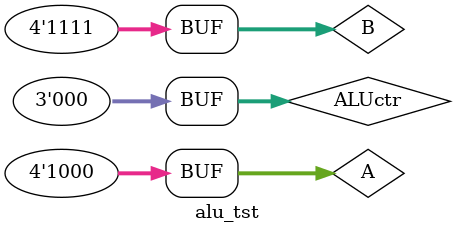
<source format=v>
`timescale 1ns / 1ps


module alu_tst();
    reg [3:0] A;
    reg [3:0] B;
    reg [2:0] ALUctr;
    wire [3:0] F;
    wire cf;
    wire of;
    wire zero;
    
   alu_s i1(
    .A(A),
    .B(B),
    .ALUctr(ALUctr),
    .F(F),
    .cf(cf),
    .of(of),
    .zero(zero)
    );
    initial begin
        #10 begin A = 4'b1111; B = 4'b1000; ALUctr = 4'b0000;end
        #100 ALUctr = 4'b0010;
        #100 ALUctr = 4'b0011;
        #100 ALUctr = 4'b0110;
        #100 ALUctr = 4'b1000;
        #100 ALUctr = 4'b1111;
        #100 begin A = 4'b1000; B = 4'b1111; ALUctr = 4'b0010; end
        #100 ALUctr = 4'b0011;
        #100 ALUctr = 4'b1000;
    end
endmodule

</source>
